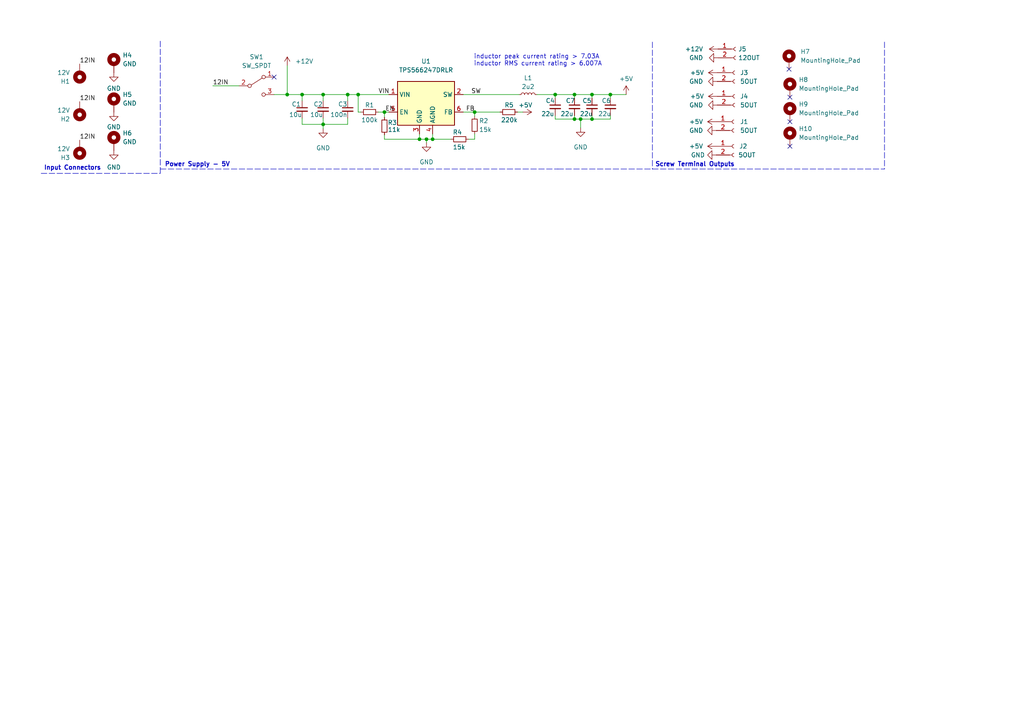
<source format=kicad_sch>
(kicad_sch (version 20211123) (generator eeschema)
  (paper "A4")
  (lib_symbols
    (symbol "Connector:Conn_01x02_Female" (pin_names (offset 1.016) hide)
      (property "Reference" "J" (at 0 2.54 0))
      (property "Value" "Conn_01x02_Female" (at 0 -5.08 0))
      (symbol "Conn_01x02_Female_1_1"
        (arc (start 0 -2.032) (mid -0.508 -2.54) (end 0 -3.048) (stroke (width 0.1524)))
        (polyline (pts (xy -1.27 -2.54) (xy -0.508 -2.54)) (stroke (width 0.1524)))
        (polyline (pts (xy -1.27 0) (xy -0.508 0)) (stroke (width 0.1524)))
        (arc (start 0 0.508) (mid -0.508 0) (end 0 -0.508) (stroke (width 0.1524)))
        (pin passive line (at -5.08 0 0) (length 3.81) (name "Pin_1") (number "1"))
        (pin passive line (at -5.08 -2.54 0) (length 3.81) (name "Pin_2") (number "2"))
      )
    )
    (symbol "Device:C_Small" (pin_numbers hide) (pin_names (offset 0.254) hide)
      (property "Reference" "C" (at 0.254 1.778 0))
      (property "Value" "C_Small" (at 0.254 -2.032 0))
      (symbol "C_Small_0_1"
        (polyline (pts (xy -1.524 -0.508) (xy 1.524 -0.508)) (stroke (width 0.3302)))
        (polyline (pts (xy -1.524 0.508) (xy 1.524 0.508)) (stroke (width 0.3048)))
      )
      (symbol "C_Small_1_1"
        (pin passive line (at 0 2.54 270) (length 2.032) (name "~") (number "1"))
        (pin passive line (at 0 -2.54 90) (length 2.032) (name "~") (number "2"))
      )
    )
    (symbol "Device:L_Small" (pin_numbers hide) (pin_names (offset 0.254) hide)
      (property "Reference" "L" (at 0.762 1.016 0))
      (property "Value" "L_Small" (at 0.762 -1.016 0))
      (symbol "L_Small_0_1"
        (arc (start 0 -2.032) (mid 0.508 -1.524) (end 0 -1.016))
        (arc (start 0 -1.016) (mid 0.508 -0.508) (end 0 0))
        (arc (start 0 0) (mid 0.508 0.508) (end 0 1.016))
        (arc (start 0 1.016) (mid 0.508 1.524) (end 0 2.032))
      )
      (symbol "L_Small_1_1"
        (pin passive line (at 0 2.54 270) (length 0.508) (name "~") (number "1"))
        (pin passive line (at 0 -2.54 90) (length 0.508) (name "~") (number "2"))
      )
    )
    (symbol "Device:R_Small" (pin_numbers hide) (pin_names (offset 0.254) hide)
      (property "Reference" "R" (at 0.762 0.508 0))
      (property "Value" "R_Small" (at 0.762 -1.016 0))
      (symbol "R_Small_0_1"
        (rectangle (start -0.762 1.778) (end 0.762 -1.778) (stroke (width 0.2032)))
      )
      (symbol "R_Small_1_1"
        (pin passive line (at 0 2.54 270) (length 0.762) (name "~") (number "1"))
        (pin passive line (at 0 -2.54 90) (length 0.762) (name "~") (number "2"))
      )
    )
    (symbol "Mechanical:MountingHole_Pad" (pin_numbers hide) (pin_names (offset 1.016) hide)
      (property "Reference" "H" (at 0 6.35 0))
      (property "Value" "MountingHole_Pad" (at 0 4.445 0))
      (symbol "MountingHole_Pad_0_1"
        (circle (center 0 1.27) (radius 1.27) (stroke (width 1.27)))
      )
      (symbol "MountingHole_Pad_1_1"
        (pin input line (at 0 -2.54 90) (length 2.54) (name "1") (number "1"))
      )
    )
    (symbol "Switch:SW_SPDT" (pin_names (offset 0) hide)
      (property "Reference" "SW" (at 0 4.318 0))
      (property "Value" "SW_SPDT" (at 0 -5.08 0))
      (symbol "SW_SPDT_0_0"
        (circle (center -2.032 0) (radius 0.508))
        (circle (center 2.032 -2.54) (radius 0.508))
      )
      (symbol "SW_SPDT_0_1"
        (polyline (pts (xy -1.524 0.254) (xy 1.651 2.286)))
        (circle (center 2.032 2.54) (radius 0.508))
      )
      (symbol "SW_SPDT_1_1"
        (pin passive line (at 5.08 2.54 180) (length 2.54) (name "A") (number "1"))
        (pin passive line (at -5.08 0 0) (length 2.54) (name "B") (number "2"))
        (pin passive line (at 5.08 -2.54 180) (length 2.54) (name "C") (number "3"))
      )
    )
    (symbol "my_sym:TPS566247DRLR"
      (property "Reference" "U" (at -7.62 6.35 0))
      (property "Value" "TPS566247DRLR" (at -3.81 6.35 0))
      (symbol "TPS566247DRLR_0_1"
        (rectangle (start -7.62 5.08) (end 8.89 -7.62) (stroke (width 0.254)) (fill (type background)))
      )
      (symbol "TPS566247DRLR_1_1"
        (pin power_in line (at -10.16 1.27 0) (length 2.54) (name "VIN") (number "1"))
        (pin output line (at 11.43 1.27 180) (length 2.54) (name "SW") (number "2"))
        (pin power_in line (at -1.27 -10.16 90) (length 2.54) (name "GND") (number "3"))
        (pin power_in line (at 2.54 -10.16 90) (length 2.54) (name "AGND") (number "4"))
        (pin input line (at -10.16 -3.81 0) (length 2.54) (name "EN") (number "5"))
        (pin input line (at 11.43 -3.81 180) (length 2.54) (name "FB") (number "6"))
      )
    )
    (symbol "power:+12V" (power) (pin_names (offset 0))
      (property "Value" "+12V" (at 0 3.556 0))
      (symbol "+12V_0_1"
        (polyline (pts (xy -0.762 1.27) (xy 0 2.54)))
        (polyline (pts (xy 0 0) (xy 0 2.54)))
        (polyline (pts (xy 0 2.54) (xy 0.762 1.27)))
      )
      (symbol "+12V_1_1"
        (pin power_in line (at 0 0 90) (length 0) hide (name "+12V") (number "1"))
      )
    )
    (symbol "power:+5V" (power) (pin_names (offset 0))
      (property "Value" "+5V" (at 0 3.556 0))
      (symbol "+5V_0_1"
        (polyline (pts (xy -0.762 1.27) (xy 0 2.54)))
        (polyline (pts (xy 0 0) (xy 0 2.54)))
        (polyline (pts (xy 0 2.54) (xy 0.762 1.27)))
      )
      (symbol "+5V_1_1"
        (pin power_in line (at 0 0 90) (length 0) hide (name "+5V") (number "1"))
      )
    )
    (symbol "power:GND" (power) (pin_names (offset 0))
      (property "Value" "GND" (at 0 -3.81 0))
      (symbol "GND_0_1"
        (polyline (pts (xy 0 0) (xy 0 -1.27) (xy 1.27 -1.27) (xy 0 -2.54) (xy -1.27 -1.27) (xy 0 -1.27)))
      )
      (symbol "GND_1_1"
        (pin power_in line (at 0 0 270) (length 0) hide (name "GND") (number "1"))
      )
    )
  )
  (junction (at 125.476 40.386))
  (junction (at 123.698 40.386))
  (junction (at 137.668 32.512))
  (junction (at 93.726 27.432))
  (junction (at 111.506 32.512))
  (junction (at 166.624 34.544))
  (junction (at 171.704 34.544))
  (junction (at 177.038 27.432))
  (junction (at 83.312 27.432))
  (junction (at 103.886 27.432))
  (junction (at 168.402 34.544))
  (junction (at 171.704 27.432))
  (junction (at 161.036 27.432))
  (junction (at 100.838 27.432))
  (junction (at 166.624 27.432))
  (junction (at 87.63 27.432))
  (junction (at 121.666 40.386))
  (junction (at 93.726 36.068))
  (no_connect (at 79.502 22.352))
  (no_connect (at 229.108 42.418))
  (no_connect (at 229.108 35.306))
  (no_connect (at 229.108 28.194))
  (no_connect (at 228.854 20.066))
  (wire (pts (xy 93.726 36.068) (xy 100.838 36.068)))
  (wire (pts (xy 83.312 19.05) (xy 83.312 27.432)))
  (wire (pts (xy 100.838 27.432) (xy 103.886 27.432)))
  (wire (pts (xy 123.698 40.386) (xy 125.476 40.386)))
  (wire (pts (xy 166.624 33.528) (xy 166.624 34.544)))
  (wire (pts (xy 93.726 27.432) (xy 100.838 27.432)))
  (wire (pts (xy 104.648 32.512) (xy 103.886 32.512)))
  (wire (pts (xy 112.776 32.512) (xy 111.506 32.512)))
  (wire (pts (xy 111.506 39.116) (xy 111.506 40.386)))
  (wire (pts (xy 177.038 28.448) (xy 177.038 27.432)))
  (wire (pts (xy 171.704 28.448) (xy 171.704 27.432)))
  (wire (pts (xy 137.668 38.862) (xy 137.668 40.386)))
  (wire (pts (xy 100.838 29.21) (xy 100.838 27.432)))
  (wire (pts (xy 171.704 27.432) (xy 177.038 27.432)))
  (wire (pts (xy 125.476 40.386) (xy 130.81 40.386)))
  (polyline (pts (xy 161.798 49.022) (xy 189.23 49.022)))
  (polyline (pts (xy 46.482 49.022) (xy 161.798 49.022)))
  (polyline (pts (xy 46.482 50.292) (xy 46.482 48.768)))
  (wire (pts (xy 79.502 27.432) (xy 83.312 27.432)))
  (polyline (pts (xy 189.23 49.022) (xy 256.54 49.022)))
  (wire (pts (xy 137.668 32.512) (xy 145.034 32.512)))
  (wire (pts (xy 103.886 32.512) (xy 103.886 27.432)))
  (wire (pts (xy 111.506 40.386) (xy 121.666 40.386)))
  (wire (pts (xy 137.668 32.512) (xy 137.668 33.782)))
  (wire (pts (xy 123.698 40.386) (xy 123.698 41.402)))
  (wire (pts (xy 100.838 36.068) (xy 100.838 34.29)))
  (wire (pts (xy 155.702 27.432) (xy 161.036 27.432)))
  (wire (pts (xy 166.624 27.432) (xy 171.704 27.432)))
  (wire (pts (xy 93.726 36.068) (xy 93.726 37.338)))
  (wire (pts (xy 93.726 34.29) (xy 93.726 36.068)))
  (wire (pts (xy 111.506 32.512) (xy 109.728 32.512)))
  (wire (pts (xy 161.036 27.432) (xy 161.036 28.448)))
  (wire (pts (xy 87.63 36.068) (xy 93.726 36.068)))
  (wire (pts (xy 83.312 27.432) (xy 87.63 27.432)))
  (wire (pts (xy 93.726 29.21) (xy 93.726 27.432)))
  (wire (pts (xy 177.038 33.528) (xy 177.038 34.544)))
  (wire (pts (xy 61.722 24.892) (xy 69.342 24.892)))
  (wire (pts (xy 103.886 27.432) (xy 112.776 27.432)))
  (wire (pts (xy 171.704 34.544) (xy 177.038 34.544)))
  (wire (pts (xy 134.366 32.512) (xy 137.668 32.512)))
  (wire (pts (xy 134.366 27.432) (xy 150.622 27.432)))
  (wire (pts (xy 111.506 32.512) (xy 111.506 34.036)))
  (wire (pts (xy 168.402 34.544) (xy 171.704 34.544)))
  (wire (pts (xy 135.89 40.386) (xy 137.668 40.386)))
  (wire (pts (xy 87.63 29.21) (xy 87.63 27.432)))
  (wire (pts (xy 87.63 34.29) (xy 87.63 36.068)))
  (wire (pts (xy 121.666 38.862) (xy 121.666 40.386)))
  (wire (pts (xy 166.624 27.432) (xy 166.624 28.448)))
  (wire (pts (xy 161.036 34.544) (xy 166.624 34.544)))
  (polyline (pts (xy 189.23 12.192) (xy 189.23 49.022)))
  (polyline (pts (xy 11.938 50.292) (xy 46.482 50.292)))
  (wire (pts (xy 125.476 40.386) (xy 125.476 38.862)))
  (polyline (pts (xy 256.54 12.192) (xy 256.54 49.022)))
  (wire (pts (xy 87.63 27.432) (xy 93.726 27.432)))
  (wire (pts (xy 166.624 34.544) (xy 168.402 34.544)))
  (polyline (pts (xy 46.482 37.084) (xy 46.482 49.022)))
  (wire (pts (xy 161.036 33.528) (xy 161.036 34.544)))
  (wire (pts (xy 121.666 40.386) (xy 123.698 40.386)))
  (wire (pts (xy 168.402 34.544) (xy 168.402 37.084)))
  (wire (pts (xy 177.038 27.432) (xy 181.61 27.432)))
  (polyline (pts (xy 46.482 11.938) (xy 46.482 37.084)))
  (wire (pts (xy 161.036 27.432) (xy 166.624 27.432)))
  (wire (pts (xy 150.114 32.512) (xy 151.638 32.512)))
  (wire (pts (xy 171.704 34.544) (xy 171.704 33.528)))
  (text "Power Supply - 5V" (at 47.752 48.514 0) (effects (font (size 1.27 1.27) (thickness 0.254) bold) (justify left bottom)))
  (text "Input Connectors" (at 12.7 49.53 0) (effects (font (size 1.27 1.27) (thickness 0.254) bold) (justify left bottom)))
  (text "Screw Terminal Outputs" (at 189.992 48.514 0) (effects (font (size 1.27 1.27) bold) (justify left bottom)))
  (text "inductor peak current rating > 7.03A\ninductor RMS current rating > 6.007A\n" (at 137.414 19.304 0) (effects (font (size 1.27 1.27)) (justify left bottom)))
  (label "12IN" (at 23.114 18.542 0))
  (label "VIN" (at 109.728 27.432 0))
  (label "SW" (at 136.652 27.432 0))
  (label "FB" (at 135.128 32.512 0))
  (label "12IN" (at 23.114 29.464 0))
  (label "12IN" (at 23.114 40.64 0))
  (label "EN" (at 111.76 32.512 0))
  (label "12IN" (at 61.722 24.892 0))
  (symbol (lib_id "power:GND") (at 207.772 37.846 270) (unit 1)
    (property "Reference" "#PWR0113" (effects hide))
    (property "Value" "GND" (at 203.962 37.8459 90) (effects (justify right)))
  )
  (symbol (lib_id "power:GND") (at 208.026 30.48 270) (unit 1)
    (property "Reference" "#PWR0116" (effects hide))
    (property "Value" "GND" (at 203.962 30.4799 90) (effects (justify right)))
  )
  (symbol (lib_id "Mechanical:MountingHole_Pad") (at 23.114 43.18 180) (unit 1)
    (property "Reference" "H3" (at 20.32 45.7201 0) (effects (justify left)))
    (property "Value" "12V" (at 20.32 43.1801 0) (effects (justify left)))
    (property "Footprint" "MountingHole:MountingHole_2.2mm_M2_DIN965_Pad" (effects hide))
  )
  (symbol (lib_id "power:GND") (at 208.28 16.764 270) (unit 1)
    (property "Reference" "#PWR0111" (effects hide))
    (property "Value" "GND" (at 203.962 16.7639 90) (effects (justify right)))
  )
  (symbol (lib_id "Mechanical:MountingHole_Pad") (at 229.108 32.766 0) (unit 1)
    (property "Reference" "H9" (at 231.648 30.2259 0) (effects (justify left)))
    (property "Value" "MountingHole_Pad" (at 231.648 32.7659 0) (effects (justify left)))
    (property "Footprint" "MountingHole:MountingHole_3.2mm_M3_DIN965_Pad" (effects hide))
  )
  (symbol (lib_id "power:GND") (at 93.726 37.338 0) (unit 1)
    (property "Reference" "#PWR0102" (effects hide))
    (property "Value" "GND" (at 93.726 42.926 0))
  )
  (symbol (lib_id "Connector:Conn_01x02_Female") (at 213.36 14.224 0) (unit 1)
    (property "Reference" "J5" (at 214.122 14.2239 0) (effects (justify left)))
    (property "Value" "12OUT" (at 214.122 16.7639 0) (effects (justify left)))
    (property "Footprint" "my_foot:PinHeader_1x02_P5.00mm" (effects hide))
  )
  (symbol (lib_id "my_sym:TPS566247DRLR") (at 122.936 28.702 0) (unit 1)
    (property "Reference" "U1" (at 123.571 17.78 0))
    (property "Value" "TPS566247DRLR" (at 123.571 20.32 0))
    (property "Footprint" "Package_TO_SOT_SMD:SOT-563" (effects hide))
    (property "Datasheet" "http://www.ti.com/lit/ds/symlink/tps563200.pdf" (effects hide))
  )
  (symbol (lib_id "power:+5V") (at 151.638 32.512 270) (unit 1)
    (property "Reference" "#PWR0103" (effects hide))
    (property "Value" "+5V" (at 152.4 30.48 90))
  )
  (symbol (lib_id "Connector:Conn_01x02_Female") (at 213.106 21.082 0) (unit 1)
    (property "Reference" "J3" (at 214.63 21.0819 0) (effects (justify left)))
    (property "Value" "5OUT" (at 214.63 23.6219 0) (effects (justify left)))
    (property "Footprint" "my_foot:PinHeader_1x02_P5.00mm" (effects hide))
  )
  (symbol (lib_id "Device:C_Small") (at 177.038 30.988 0) (unit 1)
    (property "Reference" "C6" (at 174.498 29.21 0) (effects (justify left)))
    (property "Value" "22u" (at 173.482 33.02 0) (effects (justify left)))
    (property "Footprint" "Capacitor_SMD:C_1210_3225Metric" (effects hide))
  )
  (symbol (lib_id "Device:C_Small") (at 100.838 31.75 0) (unit 1)
    (property "Reference" "C3" (at 98.044 30.226 0) (effects (justify left)))
    (property "Value" "100n" (at 95.758 33.274 0) (effects (justify left)))
    (property "Footprint" "Capacitor_SMD:C_0603_1608Metric" (effects hide))
  )
  (symbol (lib_id "Mechanical:MountingHole_Pad") (at 33.02 18.542 0) (unit 1)
    (property "Reference" "H4" (at 35.56 16.0019 0) (effects (justify left)))
    (property "Value" "GND" (at 35.56 18.5419 0) (effects (justify left)))
    (property "Footprint" "MountingHole:MountingHole_2.2mm_M2_DIN965_Pad" (effects hide))
  )
  (symbol (lib_id "power:GND") (at 123.698 41.402 0) (unit 1)
    (property "Reference" "#PWR0101" (effects hide))
    (property "Value" "GND" (at 123.698 46.99 0))
  )
  (symbol (lib_id "power:GND") (at 33.02 32.512 0) (unit 1)
    (property "Reference" "#PWR0129" (effects hide))
    (property "Value" "GND" (at 33.02 36.83 0))
  )
  (symbol (lib_id "Mechanical:MountingHole_Pad") (at 33.02 41.148 0) (unit 1)
    (property "Reference" "H6" (at 35.56 38.6079 0) (effects (justify left)))
    (property "Value" "GND" (at 35.56 41.1479 0) (effects (justify left)))
    (property "Footprint" "MountingHole:MountingHole_2.2mm_M2_DIN965_Pad" (effects hide))
  )
  (symbol (lib_id "power:GND") (at 168.402 37.084 0) (unit 1)
    (property "Reference" "#PWR0104" (effects hide))
    (property "Value" "GND" (at 168.402 42.672 0))
  )
  (symbol (lib_id "Switch:SW_SPDT") (at 74.422 24.892 0) (unit 1)
    (property "Reference" "SW1" (at 74.422 16.51 0))
    (property "Value" "SW_SPDT" (at 74.422 19.05 0))
    (property "Footprint" "my_foot:remote switch" (effects hide))
  )
  (symbol (lib_id "Device:C_Small") (at 171.704 30.988 0) (unit 1)
    (property "Reference" "C5" (at 168.91 29.21 0) (effects (justify left)))
    (property "Value" "22u" (at 168.148 33.02 0) (effects (justify left)))
    (property "Footprint" "Capacitor_SMD:C_1210_3225Metric" (effects hide))
  )
  (symbol (lib_id "power:GND") (at 33.02 43.688 0) (unit 1)
    (property "Reference" "#PWR0127" (effects hide))
    (property "Value" "GND" (at 33.02 48.514 0))
  )
  (symbol (lib_id "power:+5V") (at 208.026 27.94 90) (unit 1)
    (property "Reference" "#PWR0118" (effects hide))
    (property "Value" "+5V" (at 204.216 27.9399 90) (effects (justify left)))
  )
  (symbol (lib_id "power:+5V") (at 207.772 35.306 90) (unit 1)
    (property "Reference" "#PWR0115" (effects hide))
    (property "Value" "+5V" (at 203.962 35.3059 90) (effects (justify left)))
  )
  (symbol (lib_id "Device:C_Small") (at 166.624 30.988 0) (unit 1)
    (property "Reference" "C7" (at 164.084 29.21 0) (effects (justify left)))
    (property "Value" "22u" (at 162.56 33.02 0) (effects (justify left)))
    (property "Footprint" "Capacitor_SMD:C_1210_3225Metric" (effects hide))
  )
  (symbol (lib_id "power:+12V") (at 208.28 14.224 90) (unit 1)
    (property "Reference" "#PWR0110" (effects hide))
    (property "Value" "+12V" (at 203.962 14.2239 90) (effects (justify left)))
  )
  (symbol (lib_id "Connector:Conn_01x02_Female") (at 212.852 35.306 0) (unit 1)
    (property "Reference" "J1" (at 214.63 35.3059 0) (effects (justify left)))
    (property "Value" "5OUT" (at 214.63 37.8459 0) (effects (justify left)))
    (property "Footprint" "my_foot:PinHeader_1x02_P5.00mm" (effects hide))
  )
  (symbol (lib_id "Device:R_Small") (at 147.574 32.512 90) (unit 1)
    (property "Reference" "R5" (at 146.304 30.48 90) (effects (justify right)))
    (property "Value" "220k" (at 145.288 34.798 90) (effects (justify right)))
    (property "Footprint" "Resistor_SMD:R_1206_3216Metric" (effects hide))
  )
  (symbol (lib_id "power:+5V") (at 208.026 21.082 90) (unit 1)
    (property "Reference" "#PWR0119" (effects hide))
    (property "Value" "+5V" (at 204.216 21.0819 90) (effects (justify left)))
  )
  (symbol (lib_id "Mechanical:MountingHole_Pad") (at 229.108 39.878 0) (unit 1)
    (property "Reference" "H10" (at 231.648 37.3379 0) (effects (justify left)))
    (property "Value" "MountingHole_Pad" (at 231.648 39.8779 0) (effects (justify left)))
    (property "Footprint" "MountingHole:MountingHole_3.2mm_M3_DIN965_Pad" (effects hide))
  )
  (symbol (lib_id "Mechanical:MountingHole_Pad") (at 228.854 17.526 0) (unit 1)
    (property "Reference" "H7" (at 232.156 14.9859 0) (effects (justify left)))
    (property "Value" "MountingHole_Pad" (at 232.156 17.5259 0) (effects (justify left)))
    (property "Footprint" "MountingHole:MountingHole_3.2mm_M3_DIN965_Pad" (effects hide))
  )
  (symbol (lib_id "power:GND") (at 207.772 44.958 270) (unit 1)
    (property "Reference" "#PWR0114" (effects hide))
    (property "Value" "GND" (at 204.47 44.9579 90) (effects (justify right)))
  )
  (symbol (lib_id "power:GND") (at 208.026 23.622 270) (unit 1)
    (property "Reference" "#PWR0117" (effects hide))
    (property "Value" "GND" (at 203.962 23.6219 90) (effects (justify right)))
  )
  (symbol (lib_id "Device:L_Small") (at 153.162 27.432 90) (unit 1)
    (property "Reference" "L1" (at 153.162 22.606 90))
    (property "Value" "2u2" (at 153.162 25.146 90))
    (property "Footprint" "Inductor_SMD:L_Wuerth_WE-PD2-Typ-XL" (effects hide))
  )
  (symbol (lib_id "Mechanical:MountingHole_Pad") (at 229.108 25.654 0) (unit 1)
    (property "Reference" "H8" (at 231.648 23.1139 0) (effects (justify left)))
    (property "Value" "MountingHole_Pad" (at 231.648 25.6539 0) (effects (justify left)))
    (property "Footprint" "MountingHole:MountingHole_3.2mm_M3_DIN965_Pad" (effects hide))
  )
  (symbol (lib_id "Device:R_Small") (at 107.188 32.512 90) (unit 1)
    (property "Reference" "R1" (at 107.188 30.48 90))
    (property "Value" "100k" (at 107.188 34.798 90))
    (property "Footprint" "Resistor_SMD:R_0603_1608Metric" (effects hide))
  )
  (symbol (lib_id "Device:R_Small") (at 137.668 36.322 180) (unit 1)
    (property "Reference" "R2" (at 138.938 35.052 0) (effects (justify right)))
    (property "Value" "15k" (at 138.938 37.592 0) (effects (justify right)))
    (property "Footprint" "Resistor_SMD:R_0603_1608Metric" (effects hide))
  )
  (symbol (lib_id "Device:C_Small") (at 87.63 31.75 0) (unit 1)
    (property "Reference" "C1" (at 84.582 30.226 0) (effects (justify left)))
    (property "Value" "10u" (at 83.82 33.274 0) (effects (justify left)))
    (property "Footprint" "Capacitor_SMD:C_1206_3216Metric" (effects hide))
  )
  (symbol (lib_id "Mechanical:MountingHole_Pad") (at 23.114 21.082 180) (unit 1)
    (property "Reference" "H1" (at 20.32 23.6221 0) (effects (justify left)))
    (property "Value" "12V" (at 20.32 21.0821 0) (effects (justify left)))
    (property "Footprint" "MountingHole:MountingHole_2.2mm_M2_DIN965_Pad" (effects hide))
  )
  (symbol (lib_id "Connector:Conn_01x02_Female") (at 212.852 42.418 0) (unit 1)
    (property "Reference" "J2" (at 214.376 42.418 0) (effects (justify left)))
    (property "Value" "5OUT" (at 214.122 44.9579 0) (effects (justify left)))
    (property "Footprint" "my_foot:PinHeader_1x02_P5.00mm" (effects hide))
  )
  (symbol (lib_id "Device:R_Small") (at 111.506 36.576 180) (unit 1)
    (property "Reference" "R3" (at 113.792 35.56 0))
    (property "Value" "11k" (at 114.3 37.592 0))
    (property "Footprint" "Resistor_SMD:R_0603_1608Metric" (effects hide))
  )
  (symbol (lib_id "Device:C_Small") (at 161.036 30.988 0) (unit 1)
    (property "Reference" "C4" (at 158.242 29.21 0) (effects (justify left)))
    (property "Value" "22u" (at 156.972 33.02 0) (effects (justify left)))
    (property "Footprint" "Capacitor_SMD:C_1210_3225Metric" (effects hide))
  )
  (symbol (lib_id "Device:R_Small") (at 133.35 40.386 90) (unit 1)
    (property "Reference" "R4" (at 131.318 38.354 90) (effects (justify right)))
    (property "Value" "15k" (at 131.318 42.672 90) (effects (justify right)))
    (property "Footprint" "Resistor_SMD:R_0603_1608Metric" (effects hide))
  )
  (symbol (lib_id "power:+5V") (at 207.772 42.418 90) (unit 1)
    (property "Reference" "#PWR0112" (effects hide))
    (property "Value" "+5V" (at 203.962 42.4179 90) (effects (justify left)))
  )
  (symbol (lib_id "Mechanical:MountingHole_Pad") (at 33.02 29.972 0) (unit 1)
    (property "Reference" "H5" (at 35.56 27.4319 0) (effects (justify left)))
    (property "Value" "GND" (at 35.56 29.9719 0) (effects (justify left)))
    (property "Footprint" "MountingHole:MountingHole_2.2mm_M2_DIN965_Pad" (effects hide))
  )
  (symbol (lib_id "power:+12V") (at 83.312 19.05 0) (unit 1)
    (property "Reference" "#PWR0126" (effects hide))
    (property "Value" "+12V" (at 85.598 17.7799 0) (effects (justify left)))
  )
  (symbol (lib_id "Connector:Conn_01x02_Female") (at 213.106 27.94 0) (unit 1)
    (property "Reference" "J4" (at 214.63 27.9399 0) (effects (justify left)))
    (property "Value" "5OUT" (at 214.63 30.4799 0) (effects (justify left)))
    (property "Footprint" "my_foot:PinHeader_1x02_P5.00mm" (effects hide))
  )
  (symbol (lib_id "power:+5V") (at 181.61 27.432 0) (unit 1)
    (property "Reference" "#PWR0105" (effects hide))
    (property "Value" "+5V" (at 181.61 22.86 0))
  )
  (symbol (lib_id "Mechanical:MountingHole_Pad") (at 23.114 32.004 180) (unit 1)
    (property "Reference" "H2" (at 20.32 34.5441 0) (effects (justify left)))
    (property "Value" "12V" (at 20.32 32.0041 0) (effects (justify left)))
    (property "Footprint" "MountingHole:MountingHole_2.2mm_M2_DIN965_Pad" (effects hide))
  )
  (symbol (lib_id "Device:C_Small") (at 93.726 31.75 0) (unit 1)
    (property "Reference" "C2" (at 90.932 30.226 0) (effects (justify left)))
    (property "Value" "10u" (at 89.916 33.274 0) (effects (justify left)))
    (property "Footprint" "Capacitor_SMD:C_1206_3216Metric" (effects hide))
  )
  (symbol (lib_id "power:GND") (at 33.02 21.082 0) (unit 1)
    (property "Reference" "#PWR0128" (effects hide))
    (property "Value" "GND" (at 33.02 25.654 0))
  )
)
</source>
